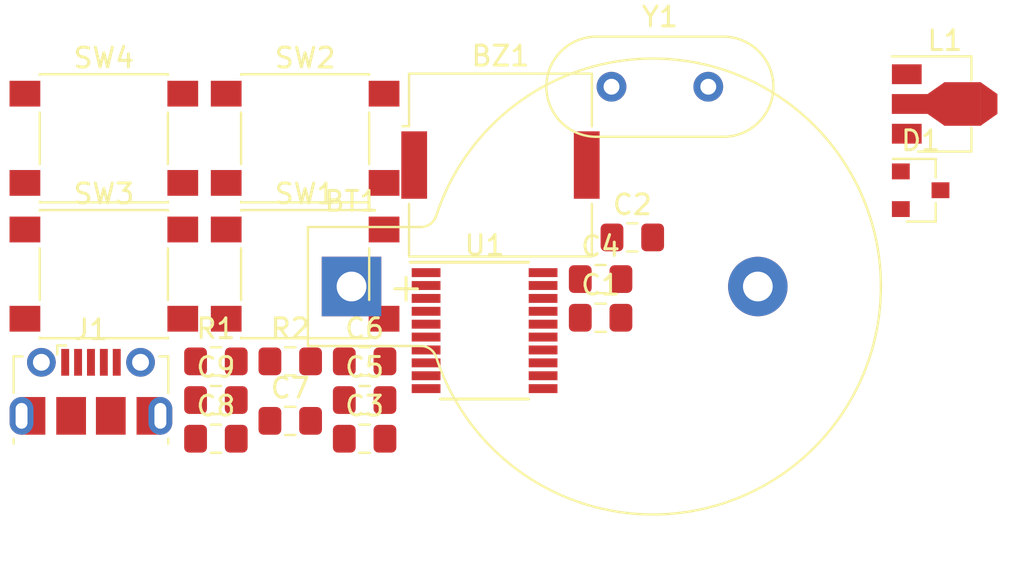
<source format=kicad_pcb>
(kicad_pcb (version 20171130) (host pcbnew 5.0.1)

  (general
    (thickness 1.6)
    (drawings 0)
    (tracks 0)
    (zones 0)
    (modules 22)
    (nets 27)
  )

  (page A4)
  (layers
    (0 F.Cu signal)
    (31 B.Cu signal)
    (32 B.Adhes user)
    (33 F.Adhes user)
    (34 B.Paste user)
    (35 F.Paste user)
    (36 B.SilkS user)
    (37 F.SilkS user)
    (38 B.Mask user)
    (39 F.Mask user)
    (40 Dwgs.User user)
    (41 Cmts.User user)
    (42 Eco1.User user)
    (43 Eco2.User user)
    (44 Edge.Cuts user)
    (45 Margin user)
    (46 B.CrtYd user)
    (47 F.CrtYd user)
    (48 B.Fab user)
    (49 F.Fab user)
  )

  (setup
    (last_trace_width 0.25)
    (trace_clearance 0.2)
    (zone_clearance 0.508)
    (zone_45_only no)
    (trace_min 0.2)
    (segment_width 0.2)
    (edge_width 0.15)
    (via_size 0.8)
    (via_drill 0.4)
    (via_min_size 0.4)
    (via_min_drill 0.3)
    (uvia_size 0.3)
    (uvia_drill 0.1)
    (uvias_allowed no)
    (uvia_min_size 0.2)
    (uvia_min_drill 0.1)
    (pcb_text_width 0.3)
    (pcb_text_size 1.5 1.5)
    (mod_edge_width 0.15)
    (mod_text_size 1 1)
    (mod_text_width 0.15)
    (pad_size 1.524 1.524)
    (pad_drill 0.762)
    (pad_to_mask_clearance 0.051)
    (solder_mask_min_width 0.25)
    (aux_axis_origin 0 0)
    (visible_elements FFFFFF7F)
    (pcbplotparams
      (layerselection 0x010fc_ffffffff)
      (usegerberextensions false)
      (usegerberattributes false)
      (usegerberadvancedattributes false)
      (creategerberjobfile false)
      (excludeedgelayer true)
      (linewidth 0.100000)
      (plotframeref false)
      (viasonmask false)
      (mode 1)
      (useauxorigin false)
      (hpglpennumber 1)
      (hpglpenspeed 20)
      (hpglpendiameter 15.000000)
      (psnegative false)
      (psa4output false)
      (plotreference true)
      (plotvalue true)
      (plotinvisibletext false)
      (padsonsilk false)
      (subtractmaskfromsilk false)
      (outputformat 1)
      (mirror false)
      (drillshape 1)
      (scaleselection 1)
      (outputdirectory ""))
  )

  (net 0 "")
  (net 1 GND)
  (net 2 "Net-(BZ1-Pad1)")
  (net 3 VDD)
  (net 4 OSC_IN)
  (net 5 OSC_OUT)
  (net 6 Reset)
  (net 7 Ctrl_One)
  (net 8 Ctrl_Ten)
  (net 9 "Net-(J1-Pad6)")
  (net 10 USB_D-)
  (net 11 "Net-(J1-Pad4)")
  (net 12 USB_D+)
  (net 13 Buzzer)
  (net 14 "Net-(R2-Pad1)")
  (net 15 BOOT0)
  (net 16 "Net-(U1-Pad7)")
  (net 17 "Net-(U1-Pad8)")
  (net 18 "Net-(U1-Pad9)")
  (net 19 "Net-(U1-Pad10)")
  (net 20 "Net-(U1-Pad14)")
  (net 21 "Net-(U1-Pad19)")
  (net 22 "Net-(U1-Pad20)")
  (net 23 "Net-(BT1-Pad1)")
  (net 24 "Net-(D1-Pad1)")
  (net 25 USB_VBUS)
  (net 26 "Net-(U1-Pad12)")

  (net_class Default "This is the default net class."
    (clearance 0.2)
    (trace_width 0.25)
    (via_dia 0.8)
    (via_drill 0.4)
    (uvia_dia 0.3)
    (uvia_drill 0.1)
    (add_net BOOT0)
    (add_net Buzzer)
    (add_net Ctrl_One)
    (add_net Ctrl_Ten)
    (add_net GND)
    (add_net "Net-(BT1-Pad1)")
    (add_net "Net-(BZ1-Pad1)")
    (add_net "Net-(D1-Pad1)")
    (add_net "Net-(J1-Pad4)")
    (add_net "Net-(J1-Pad6)")
    (add_net "Net-(R2-Pad1)")
    (add_net "Net-(U1-Pad10)")
    (add_net "Net-(U1-Pad12)")
    (add_net "Net-(U1-Pad14)")
    (add_net "Net-(U1-Pad19)")
    (add_net "Net-(U1-Pad20)")
    (add_net "Net-(U1-Pad7)")
    (add_net "Net-(U1-Pad8)")
    (add_net "Net-(U1-Pad9)")
    (add_net OSC_IN)
    (add_net OSC_OUT)
    (add_net Reset)
    (add_net USB_D+)
    (add_net USB_D-)
    (add_net USB_VBUS)
    (add_net VDD)
  )

  (module Capacitor_SMD:C_0805_2012Metric_Pad1.15x1.40mm_HandSolder (layer F.Cu) (tedit 5B36C52B) (tstamp 5C2C0B20)
    (at 156.785001 96.755001)
    (descr "Capacitor SMD 0805 (2012 Metric), square (rectangular) end terminal, IPC_7351 nominal with elongated pad for handsoldering. (Body size source: https://docs.google.com/spreadsheets/d/1BsfQQcO9C6DZCsRaXUlFlo91Tg2WpOkGARC1WS5S8t0/edit?usp=sharing), generated with kicad-footprint-generator")
    (tags "capacitor handsolder")
    (path /5C202927)
    (attr smd)
    (fp_text reference C1 (at 0 -1.65) (layer F.SilkS)
      (effects (font (size 1 1) (thickness 0.15)))
    )
    (fp_text value 0.1u (at 0 1.65) (layer F.Fab)
      (effects (font (size 1 1) (thickness 0.15)))
    )
    (fp_text user %R (at 0 0) (layer F.Fab)
      (effects (font (size 0.5 0.5) (thickness 0.08)))
    )
    (fp_line (start 1.85 0.95) (end -1.85 0.95) (layer F.CrtYd) (width 0.05))
    (fp_line (start 1.85 -0.95) (end 1.85 0.95) (layer F.CrtYd) (width 0.05))
    (fp_line (start -1.85 -0.95) (end 1.85 -0.95) (layer F.CrtYd) (width 0.05))
    (fp_line (start -1.85 0.95) (end -1.85 -0.95) (layer F.CrtYd) (width 0.05))
    (fp_line (start -0.261252 0.71) (end 0.261252 0.71) (layer F.SilkS) (width 0.12))
    (fp_line (start -0.261252 -0.71) (end 0.261252 -0.71) (layer F.SilkS) (width 0.12))
    (fp_line (start 1 0.6) (end -1 0.6) (layer F.Fab) (width 0.1))
    (fp_line (start 1 -0.6) (end 1 0.6) (layer F.Fab) (width 0.1))
    (fp_line (start -1 -0.6) (end 1 -0.6) (layer F.Fab) (width 0.1))
    (fp_line (start -1 0.6) (end -1 -0.6) (layer F.Fab) (width 0.1))
    (pad 2 smd roundrect (at 1.025 0) (size 1.15 1.4) (layers F.Cu F.Paste F.Mask) (roundrect_rratio 0.217391)
      (net 1 GND))
    (pad 1 smd roundrect (at -1.025 0) (size 1.15 1.4) (layers F.Cu F.Paste F.Mask) (roundrect_rratio 0.217391)
      (net 3 VDD))
    (model ${KISYS3DMOD}/Capacitor_SMD.3dshapes/C_0805_2012Metric.wrl
      (at (xyz 0 0 0))
      (scale (xyz 1 1 1))
      (rotate (xyz 0 0 0))
    )
  )

  (module Capacitor_SMD:C_0805_2012Metric_Pad1.15x1.40mm_HandSolder (layer F.Cu) (tedit 5B36C52B) (tstamp 5C2C0B31)
    (at 158.385001 92.705001)
    (descr "Capacitor SMD 0805 (2012 Metric), square (rectangular) end terminal, IPC_7351 nominal with elongated pad for handsoldering. (Body size source: https://docs.google.com/spreadsheets/d/1BsfQQcO9C6DZCsRaXUlFlo91Tg2WpOkGARC1WS5S8t0/edit?usp=sharing), generated with kicad-footprint-generator")
    (tags "capacitor handsolder")
    (path /5C1EC257)
    (attr smd)
    (fp_text reference C2 (at 0 -1.65) (layer F.SilkS)
      (effects (font (size 1 1) (thickness 0.15)))
    )
    (fp_text value 10n (at 0 1.65) (layer F.Fab)
      (effects (font (size 1 1) (thickness 0.15)))
    )
    (fp_text user %R (at 0 0) (layer F.Fab)
      (effects (font (size 0.5 0.5) (thickness 0.08)))
    )
    (fp_line (start 1.85 0.95) (end -1.85 0.95) (layer F.CrtYd) (width 0.05))
    (fp_line (start 1.85 -0.95) (end 1.85 0.95) (layer F.CrtYd) (width 0.05))
    (fp_line (start -1.85 -0.95) (end 1.85 -0.95) (layer F.CrtYd) (width 0.05))
    (fp_line (start -1.85 0.95) (end -1.85 -0.95) (layer F.CrtYd) (width 0.05))
    (fp_line (start -0.261252 0.71) (end 0.261252 0.71) (layer F.SilkS) (width 0.12))
    (fp_line (start -0.261252 -0.71) (end 0.261252 -0.71) (layer F.SilkS) (width 0.12))
    (fp_line (start 1 0.6) (end -1 0.6) (layer F.Fab) (width 0.1))
    (fp_line (start 1 -0.6) (end 1 0.6) (layer F.Fab) (width 0.1))
    (fp_line (start -1 -0.6) (end 1 -0.6) (layer F.Fab) (width 0.1))
    (fp_line (start -1 0.6) (end -1 -0.6) (layer F.Fab) (width 0.1))
    (pad 2 smd roundrect (at 1.025 0) (size 1.15 1.4) (layers F.Cu F.Paste F.Mask) (roundrect_rratio 0.217391)
      (net 1 GND))
    (pad 1 smd roundrect (at -1.025 0) (size 1.15 1.4) (layers F.Cu F.Paste F.Mask) (roundrect_rratio 0.217391)
      (net 3 VDD))
    (model ${KISYS3DMOD}/Capacitor_SMD.3dshapes/C_0805_2012Metric.wrl
      (at (xyz 0 0 0))
      (scale (xyz 1 1 1))
      (rotate (xyz 0 0 0))
    )
  )

  (module Capacitor_SMD:C_0805_2012Metric_Pad1.15x1.40mm_HandSolder (layer F.Cu) (tedit 5B36C52B) (tstamp 5C2C0B42)
    (at 144.885001 102.855001)
    (descr "Capacitor SMD 0805 (2012 Metric), square (rectangular) end terminal, IPC_7351 nominal with elongated pad for handsoldering. (Body size source: https://docs.google.com/spreadsheets/d/1BsfQQcO9C6DZCsRaXUlFlo91Tg2WpOkGARC1WS5S8t0/edit?usp=sharing), generated with kicad-footprint-generator")
    (tags "capacitor handsolder")
    (path /5C20292E)
    (attr smd)
    (fp_text reference C3 (at 0 -1.65) (layer F.SilkS)
      (effects (font (size 1 1) (thickness 0.15)))
    )
    (fp_text value 4.7u (at 0 1.65) (layer F.Fab)
      (effects (font (size 1 1) (thickness 0.15)))
    )
    (fp_line (start -1 0.6) (end -1 -0.6) (layer F.Fab) (width 0.1))
    (fp_line (start -1 -0.6) (end 1 -0.6) (layer F.Fab) (width 0.1))
    (fp_line (start 1 -0.6) (end 1 0.6) (layer F.Fab) (width 0.1))
    (fp_line (start 1 0.6) (end -1 0.6) (layer F.Fab) (width 0.1))
    (fp_line (start -0.261252 -0.71) (end 0.261252 -0.71) (layer F.SilkS) (width 0.12))
    (fp_line (start -0.261252 0.71) (end 0.261252 0.71) (layer F.SilkS) (width 0.12))
    (fp_line (start -1.85 0.95) (end -1.85 -0.95) (layer F.CrtYd) (width 0.05))
    (fp_line (start -1.85 -0.95) (end 1.85 -0.95) (layer F.CrtYd) (width 0.05))
    (fp_line (start 1.85 -0.95) (end 1.85 0.95) (layer F.CrtYd) (width 0.05))
    (fp_line (start 1.85 0.95) (end -1.85 0.95) (layer F.CrtYd) (width 0.05))
    (fp_text user %R (at 0 0) (layer F.Fab)
      (effects (font (size 0.5 0.5) (thickness 0.08)))
    )
    (pad 1 smd roundrect (at -1.025 0) (size 1.15 1.4) (layers F.Cu F.Paste F.Mask) (roundrect_rratio 0.217391)
      (net 3 VDD))
    (pad 2 smd roundrect (at 1.025 0) (size 1.15 1.4) (layers F.Cu F.Paste F.Mask) (roundrect_rratio 0.217391)
      (net 1 GND))
    (model ${KISYS3DMOD}/Capacitor_SMD.3dshapes/C_0805_2012Metric.wrl
      (at (xyz 0 0 0))
      (scale (xyz 1 1 1))
      (rotate (xyz 0 0 0))
    )
  )

  (module Capacitor_SMD:C_0805_2012Metric_Pad1.15x1.40mm_HandSolder (layer F.Cu) (tedit 5B36C52B) (tstamp 5C2C0B53)
    (at 156.785001 94.805001)
    (descr "Capacitor SMD 0805 (2012 Metric), square (rectangular) end terminal, IPC_7351 nominal with elongated pad for handsoldering. (Body size source: https://docs.google.com/spreadsheets/d/1BsfQQcO9C6DZCsRaXUlFlo91Tg2WpOkGARC1WS5S8t0/edit?usp=sharing), generated with kicad-footprint-generator")
    (tags "capacitor handsolder")
    (path /5C1EC1E3)
    (attr smd)
    (fp_text reference C4 (at 0 -1.65) (layer F.SilkS)
      (effects (font (size 1 1) (thickness 0.15)))
    )
    (fp_text value 1u (at 0 1.65) (layer F.Fab)
      (effects (font (size 1 1) (thickness 0.15)))
    )
    (fp_line (start -1 0.6) (end -1 -0.6) (layer F.Fab) (width 0.1))
    (fp_line (start -1 -0.6) (end 1 -0.6) (layer F.Fab) (width 0.1))
    (fp_line (start 1 -0.6) (end 1 0.6) (layer F.Fab) (width 0.1))
    (fp_line (start 1 0.6) (end -1 0.6) (layer F.Fab) (width 0.1))
    (fp_line (start -0.261252 -0.71) (end 0.261252 -0.71) (layer F.SilkS) (width 0.12))
    (fp_line (start -0.261252 0.71) (end 0.261252 0.71) (layer F.SilkS) (width 0.12))
    (fp_line (start -1.85 0.95) (end -1.85 -0.95) (layer F.CrtYd) (width 0.05))
    (fp_line (start -1.85 -0.95) (end 1.85 -0.95) (layer F.CrtYd) (width 0.05))
    (fp_line (start 1.85 -0.95) (end 1.85 0.95) (layer F.CrtYd) (width 0.05))
    (fp_line (start 1.85 0.95) (end -1.85 0.95) (layer F.CrtYd) (width 0.05))
    (fp_text user %R (at 0 0) (layer F.Fab)
      (effects (font (size 0.5 0.5) (thickness 0.08)))
    )
    (pad 1 smd roundrect (at -1.025 0) (size 1.15 1.4) (layers F.Cu F.Paste F.Mask) (roundrect_rratio 0.217391)
      (net 3 VDD))
    (pad 2 smd roundrect (at 1.025 0) (size 1.15 1.4) (layers F.Cu F.Paste F.Mask) (roundrect_rratio 0.217391)
      (net 1 GND))
    (model ${KISYS3DMOD}/Capacitor_SMD.3dshapes/C_0805_2012Metric.wrl
      (at (xyz 0 0 0))
      (scale (xyz 1 1 1))
      (rotate (xyz 0 0 0))
    )
  )

  (module Capacitor_SMD:C_0805_2012Metric_Pad1.15x1.40mm_HandSolder (layer F.Cu) (tedit 5B36C52B) (tstamp 5C2C0B64)
    (at 144.885001 100.905001)
    (descr "Capacitor SMD 0805 (2012 Metric), square (rectangular) end terminal, IPC_7351 nominal with elongated pad for handsoldering. (Body size source: https://docs.google.com/spreadsheets/d/1BsfQQcO9C6DZCsRaXUlFlo91Tg2WpOkGARC1WS5S8t0/edit?usp=sharing), generated with kicad-footprint-generator")
    (tags "capacitor handsolder")
    (path /5C1EE906)
    (attr smd)
    (fp_text reference C5 (at 0 -1.65) (layer F.SilkS)
      (effects (font (size 1 1) (thickness 0.15)))
    )
    (fp_text value 30p (at 0 1.65) (layer F.Fab)
      (effects (font (size 1 1) (thickness 0.15)))
    )
    (fp_line (start -1 0.6) (end -1 -0.6) (layer F.Fab) (width 0.1))
    (fp_line (start -1 -0.6) (end 1 -0.6) (layer F.Fab) (width 0.1))
    (fp_line (start 1 -0.6) (end 1 0.6) (layer F.Fab) (width 0.1))
    (fp_line (start 1 0.6) (end -1 0.6) (layer F.Fab) (width 0.1))
    (fp_line (start -0.261252 -0.71) (end 0.261252 -0.71) (layer F.SilkS) (width 0.12))
    (fp_line (start -0.261252 0.71) (end 0.261252 0.71) (layer F.SilkS) (width 0.12))
    (fp_line (start -1.85 0.95) (end -1.85 -0.95) (layer F.CrtYd) (width 0.05))
    (fp_line (start -1.85 -0.95) (end 1.85 -0.95) (layer F.CrtYd) (width 0.05))
    (fp_line (start 1.85 -0.95) (end 1.85 0.95) (layer F.CrtYd) (width 0.05))
    (fp_line (start 1.85 0.95) (end -1.85 0.95) (layer F.CrtYd) (width 0.05))
    (fp_text user %R (at 0 0) (layer F.Fab)
      (effects (font (size 0.5 0.5) (thickness 0.08)))
    )
    (pad 1 smd roundrect (at -1.025 0) (size 1.15 1.4) (layers F.Cu F.Paste F.Mask) (roundrect_rratio 0.217391)
      (net 4 OSC_IN))
    (pad 2 smd roundrect (at 1.025 0) (size 1.15 1.4) (layers F.Cu F.Paste F.Mask) (roundrect_rratio 0.217391)
      (net 1 GND))
    (model ${KISYS3DMOD}/Capacitor_SMD.3dshapes/C_0805_2012Metric.wrl
      (at (xyz 0 0 0))
      (scale (xyz 1 1 1))
      (rotate (xyz 0 0 0))
    )
  )

  (module Capacitor_SMD:C_0805_2012Metric_Pad1.15x1.40mm_HandSolder (layer F.Cu) (tedit 5B36C52B) (tstamp 5C2C0B75)
    (at 144.885001 98.955001)
    (descr "Capacitor SMD 0805 (2012 Metric), square (rectangular) end terminal, IPC_7351 nominal with elongated pad for handsoldering. (Body size source: https://docs.google.com/spreadsheets/d/1BsfQQcO9C6DZCsRaXUlFlo91Tg2WpOkGARC1WS5S8t0/edit?usp=sharing), generated with kicad-footprint-generator")
    (tags "capacitor handsolder")
    (path /5C1EE83A)
    (attr smd)
    (fp_text reference C6 (at 0 -1.65) (layer F.SilkS)
      (effects (font (size 1 1) (thickness 0.15)))
    )
    (fp_text value 30p (at 0 1.65) (layer F.Fab)
      (effects (font (size 1 1) (thickness 0.15)))
    )
    (fp_text user %R (at 0 0) (layer F.Fab)
      (effects (font (size 0.5 0.5) (thickness 0.08)))
    )
    (fp_line (start 1.85 0.95) (end -1.85 0.95) (layer F.CrtYd) (width 0.05))
    (fp_line (start 1.85 -0.95) (end 1.85 0.95) (layer F.CrtYd) (width 0.05))
    (fp_line (start -1.85 -0.95) (end 1.85 -0.95) (layer F.CrtYd) (width 0.05))
    (fp_line (start -1.85 0.95) (end -1.85 -0.95) (layer F.CrtYd) (width 0.05))
    (fp_line (start -0.261252 0.71) (end 0.261252 0.71) (layer F.SilkS) (width 0.12))
    (fp_line (start -0.261252 -0.71) (end 0.261252 -0.71) (layer F.SilkS) (width 0.12))
    (fp_line (start 1 0.6) (end -1 0.6) (layer F.Fab) (width 0.1))
    (fp_line (start 1 -0.6) (end 1 0.6) (layer F.Fab) (width 0.1))
    (fp_line (start -1 -0.6) (end 1 -0.6) (layer F.Fab) (width 0.1))
    (fp_line (start -1 0.6) (end -1 -0.6) (layer F.Fab) (width 0.1))
    (pad 2 smd roundrect (at 1.025 0) (size 1.15 1.4) (layers F.Cu F.Paste F.Mask) (roundrect_rratio 0.217391)
      (net 1 GND))
    (pad 1 smd roundrect (at -1.025 0) (size 1.15 1.4) (layers F.Cu F.Paste F.Mask) (roundrect_rratio 0.217391)
      (net 5 OSC_OUT))
    (model ${KISYS3DMOD}/Capacitor_SMD.3dshapes/C_0805_2012Metric.wrl
      (at (xyz 0 0 0))
      (scale (xyz 1 1 1))
      (rotate (xyz 0 0 0))
    )
  )

  (module Capacitor_SMD:C_0805_2012Metric_Pad1.15x1.40mm_HandSolder (layer F.Cu) (tedit 5B36C52B) (tstamp 5C2C0B86)
    (at 141.135001 101.955001)
    (descr "Capacitor SMD 0805 (2012 Metric), square (rectangular) end terminal, IPC_7351 nominal with elongated pad for handsoldering. (Body size source: https://docs.google.com/spreadsheets/d/1BsfQQcO9C6DZCsRaXUlFlo91Tg2WpOkGARC1WS5S8t0/edit?usp=sharing), generated with kicad-footprint-generator")
    (tags "capacitor handsolder")
    (path /5C1EFF71)
    (attr smd)
    (fp_text reference C7 (at 0 -1.65) (layer F.SilkS)
      (effects (font (size 1 1) (thickness 0.15)))
    )
    (fp_text value 0.1u (at 0 1.65) (layer F.Fab)
      (effects (font (size 1 1) (thickness 0.15)))
    )
    (fp_line (start -1 0.6) (end -1 -0.6) (layer F.Fab) (width 0.1))
    (fp_line (start -1 -0.6) (end 1 -0.6) (layer F.Fab) (width 0.1))
    (fp_line (start 1 -0.6) (end 1 0.6) (layer F.Fab) (width 0.1))
    (fp_line (start 1 0.6) (end -1 0.6) (layer F.Fab) (width 0.1))
    (fp_line (start -0.261252 -0.71) (end 0.261252 -0.71) (layer F.SilkS) (width 0.12))
    (fp_line (start -0.261252 0.71) (end 0.261252 0.71) (layer F.SilkS) (width 0.12))
    (fp_line (start -1.85 0.95) (end -1.85 -0.95) (layer F.CrtYd) (width 0.05))
    (fp_line (start -1.85 -0.95) (end 1.85 -0.95) (layer F.CrtYd) (width 0.05))
    (fp_line (start 1.85 -0.95) (end 1.85 0.95) (layer F.CrtYd) (width 0.05))
    (fp_line (start 1.85 0.95) (end -1.85 0.95) (layer F.CrtYd) (width 0.05))
    (fp_text user %R (at 0 0) (layer F.Fab)
      (effects (font (size 0.5 0.5) (thickness 0.08)))
    )
    (pad 1 smd roundrect (at -1.025 0) (size 1.15 1.4) (layers F.Cu F.Paste F.Mask) (roundrect_rratio 0.217391)
      (net 6 Reset))
    (pad 2 smd roundrect (at 1.025 0) (size 1.15 1.4) (layers F.Cu F.Paste F.Mask) (roundrect_rratio 0.217391)
      (net 1 GND))
    (model ${KISYS3DMOD}/Capacitor_SMD.3dshapes/C_0805_2012Metric.wrl
      (at (xyz 0 0 0))
      (scale (xyz 1 1 1))
      (rotate (xyz 0 0 0))
    )
  )

  (module Capacitor_SMD:C_0805_2012Metric_Pad1.15x1.40mm_HandSolder (layer F.Cu) (tedit 5B36C52B) (tstamp 5C2C0B97)
    (at 137.385001 102.855001)
    (descr "Capacitor SMD 0805 (2012 Metric), square (rectangular) end terminal, IPC_7351 nominal with elongated pad for handsoldering. (Body size source: https://docs.google.com/spreadsheets/d/1BsfQQcO9C6DZCsRaXUlFlo91Tg2WpOkGARC1WS5S8t0/edit?usp=sharing), generated with kicad-footprint-generator")
    (tags "capacitor handsolder")
    (path /5C20FD6A)
    (attr smd)
    (fp_text reference C8 (at 0 -1.65) (layer F.SilkS)
      (effects (font (size 1 1) (thickness 0.15)))
    )
    (fp_text value 0.1u (at 0 1.65) (layer F.Fab)
      (effects (font (size 1 1) (thickness 0.15)))
    )
    (fp_line (start -1 0.6) (end -1 -0.6) (layer F.Fab) (width 0.1))
    (fp_line (start -1 -0.6) (end 1 -0.6) (layer F.Fab) (width 0.1))
    (fp_line (start 1 -0.6) (end 1 0.6) (layer F.Fab) (width 0.1))
    (fp_line (start 1 0.6) (end -1 0.6) (layer F.Fab) (width 0.1))
    (fp_line (start -0.261252 -0.71) (end 0.261252 -0.71) (layer F.SilkS) (width 0.12))
    (fp_line (start -0.261252 0.71) (end 0.261252 0.71) (layer F.SilkS) (width 0.12))
    (fp_line (start -1.85 0.95) (end -1.85 -0.95) (layer F.CrtYd) (width 0.05))
    (fp_line (start -1.85 -0.95) (end 1.85 -0.95) (layer F.CrtYd) (width 0.05))
    (fp_line (start 1.85 -0.95) (end 1.85 0.95) (layer F.CrtYd) (width 0.05))
    (fp_line (start 1.85 0.95) (end -1.85 0.95) (layer F.CrtYd) (width 0.05))
    (fp_text user %R (at 0 0) (layer F.Fab)
      (effects (font (size 0.5 0.5) (thickness 0.08)))
    )
    (pad 1 smd roundrect (at -1.025 0) (size 1.15 1.4) (layers F.Cu F.Paste F.Mask) (roundrect_rratio 0.217391)
      (net 1 GND))
    (pad 2 smd roundrect (at 1.025 0) (size 1.15 1.4) (layers F.Cu F.Paste F.Mask) (roundrect_rratio 0.217391)
      (net 7 Ctrl_One))
    (model ${KISYS3DMOD}/Capacitor_SMD.3dshapes/C_0805_2012Metric.wrl
      (at (xyz 0 0 0))
      (scale (xyz 1 1 1))
      (rotate (xyz 0 0 0))
    )
  )

  (module Capacitor_SMD:C_0805_2012Metric_Pad1.15x1.40mm_HandSolder (layer F.Cu) (tedit 5B36C52B) (tstamp 5C2C0BA8)
    (at 137.385001 100.905001)
    (descr "Capacitor SMD 0805 (2012 Metric), square (rectangular) end terminal, IPC_7351 nominal with elongated pad for handsoldering. (Body size source: https://docs.google.com/spreadsheets/d/1BsfQQcO9C6DZCsRaXUlFlo91Tg2WpOkGARC1WS5S8t0/edit?usp=sharing), generated with kicad-footprint-generator")
    (tags "capacitor handsolder")
    (path /5C211C11)
    (attr smd)
    (fp_text reference C9 (at 0 -1.65) (layer F.SilkS)
      (effects (font (size 1 1) (thickness 0.15)))
    )
    (fp_text value 0.1u (at 0 1.65) (layer F.Fab)
      (effects (font (size 1 1) (thickness 0.15)))
    )
    (fp_text user %R (at 0 0) (layer F.Fab)
      (effects (font (size 0.5 0.5) (thickness 0.08)))
    )
    (fp_line (start 1.85 0.95) (end -1.85 0.95) (layer F.CrtYd) (width 0.05))
    (fp_line (start 1.85 -0.95) (end 1.85 0.95) (layer F.CrtYd) (width 0.05))
    (fp_line (start -1.85 -0.95) (end 1.85 -0.95) (layer F.CrtYd) (width 0.05))
    (fp_line (start -1.85 0.95) (end -1.85 -0.95) (layer F.CrtYd) (width 0.05))
    (fp_line (start -0.261252 0.71) (end 0.261252 0.71) (layer F.SilkS) (width 0.12))
    (fp_line (start -0.261252 -0.71) (end 0.261252 -0.71) (layer F.SilkS) (width 0.12))
    (fp_line (start 1 0.6) (end -1 0.6) (layer F.Fab) (width 0.1))
    (fp_line (start 1 -0.6) (end 1 0.6) (layer F.Fab) (width 0.1))
    (fp_line (start -1 -0.6) (end 1 -0.6) (layer F.Fab) (width 0.1))
    (fp_line (start -1 0.6) (end -1 -0.6) (layer F.Fab) (width 0.1))
    (pad 2 smd roundrect (at 1.025 0) (size 1.15 1.4) (layers F.Cu F.Paste F.Mask) (roundrect_rratio 0.217391)
      (net 8 Ctrl_Ten))
    (pad 1 smd roundrect (at -1.025 0) (size 1.15 1.4) (layers F.Cu F.Paste F.Mask) (roundrect_rratio 0.217391)
      (net 1 GND))
    (model ${KISYS3DMOD}/Capacitor_SMD.3dshapes/C_0805_2012Metric.wrl
      (at (xyz 0 0 0))
      (scale (xyz 1 1 1))
      (rotate (xyz 0 0 0))
    )
  )

  (module Connector_USB:USB_Micro-B_Molex-105017-0001 (layer F.Cu) (tedit 5A1DC0BE) (tstamp 5C2C0BD1)
    (at 131.085001 100.465001)
    (descr http://www.molex.com/pdm_docs/sd/1050170001_sd.pdf)
    (tags "Micro-USB SMD Typ-B")
    (path /5C1E9F15)
    (attr smd)
    (fp_text reference J1 (at 0 -3.1125) (layer F.SilkS)
      (effects (font (size 1 1) (thickness 0.15)))
    )
    (fp_text value USB_B_Micro (at 0.3 4.3375) (layer F.Fab)
      (effects (font (size 1 1) (thickness 0.15)))
    )
    (fp_text user "PCB Edge" (at 0 2.6875) (layer Dwgs.User)
      (effects (font (size 0.5 0.5) (thickness 0.08)))
    )
    (fp_text user %R (at 0 0.8875) (layer F.Fab)
      (effects (font (size 1 1) (thickness 0.15)))
    )
    (fp_line (start -4.4 3.64) (end 4.4 3.64) (layer F.CrtYd) (width 0.05))
    (fp_line (start 4.4 -2.46) (end 4.4 3.64) (layer F.CrtYd) (width 0.05))
    (fp_line (start -4.4 -2.46) (end 4.4 -2.46) (layer F.CrtYd) (width 0.05))
    (fp_line (start -4.4 3.64) (end -4.4 -2.46) (layer F.CrtYd) (width 0.05))
    (fp_line (start -3.9 -1.7625) (end -3.45 -1.7625) (layer F.SilkS) (width 0.12))
    (fp_line (start -3.9 0.0875) (end -3.9 -1.7625) (layer F.SilkS) (width 0.12))
    (fp_line (start 3.9 2.6375) (end 3.9 2.3875) (layer F.SilkS) (width 0.12))
    (fp_line (start 3.75 3.3875) (end 3.75 -1.6125) (layer F.Fab) (width 0.1))
    (fp_line (start -3 2.689204) (end 3 2.689204) (layer F.Fab) (width 0.1))
    (fp_line (start -3.75 3.389204) (end 3.75 3.389204) (layer F.Fab) (width 0.1))
    (fp_line (start -3.75 -1.6125) (end 3.75 -1.6125) (layer F.Fab) (width 0.1))
    (fp_line (start -3.75 3.3875) (end -3.75 -1.6125) (layer F.Fab) (width 0.1))
    (fp_line (start -3.9 2.6375) (end -3.9 2.3875) (layer F.SilkS) (width 0.12))
    (fp_line (start 3.9 0.0875) (end 3.9 -1.7625) (layer F.SilkS) (width 0.12))
    (fp_line (start 3.9 -1.7625) (end 3.45 -1.7625) (layer F.SilkS) (width 0.12))
    (fp_line (start -1.7 -2.3125) (end -1.25 -2.3125) (layer F.SilkS) (width 0.12))
    (fp_line (start -1.7 -2.3125) (end -1.7 -1.8625) (layer F.SilkS) (width 0.12))
    (fp_line (start -1.3 -1.7125) (end -1.5 -1.9125) (layer F.Fab) (width 0.1))
    (fp_line (start -1.1 -1.9125) (end -1.3 -1.7125) (layer F.Fab) (width 0.1))
    (fp_line (start -1.5 -2.1225) (end -1.1 -2.1225) (layer F.Fab) (width 0.1))
    (fp_line (start -1.5 -2.1225) (end -1.5 -1.9125) (layer F.Fab) (width 0.1))
    (fp_line (start -1.1 -2.1225) (end -1.1 -1.9125) (layer F.Fab) (width 0.1))
    (pad 6 smd rect (at 1 1.2375) (size 1.5 1.9) (layers F.Cu F.Paste F.Mask)
      (net 9 "Net-(J1-Pad6)"))
    (pad 6 thru_hole circle (at -2.5 -1.4625) (size 1.45 1.45) (drill 0.85) (layers *.Cu *.Mask)
      (net 9 "Net-(J1-Pad6)"))
    (pad 2 smd rect (at -0.65 -1.4625) (size 0.4 1.35) (layers F.Cu F.Paste F.Mask)
      (net 10 USB_D-))
    (pad 1 smd rect (at -1.3 -1.4625) (size 0.4 1.35) (layers F.Cu F.Paste F.Mask)
      (net 25 USB_VBUS))
    (pad 5 smd rect (at 1.3 -1.4625) (size 0.4 1.35) (layers F.Cu F.Paste F.Mask)
      (net 1 GND))
    (pad 4 smd rect (at 0.65 -1.4625) (size 0.4 1.35) (layers F.Cu F.Paste F.Mask)
      (net 11 "Net-(J1-Pad4)"))
    (pad 3 smd rect (at 0 -1.4625) (size 0.4 1.35) (layers F.Cu F.Paste F.Mask)
      (net 12 USB_D+))
    (pad 6 thru_hole circle (at 2.5 -1.4625) (size 1.45 1.45) (drill 0.85) (layers *.Cu *.Mask)
      (net 9 "Net-(J1-Pad6)"))
    (pad 6 smd rect (at -1 1.2375) (size 1.5 1.9) (layers F.Cu F.Paste F.Mask)
      (net 9 "Net-(J1-Pad6)"))
    (pad 6 thru_hole oval (at -3.5 1.2375 180) (size 1.2 1.9) (drill oval 0.6 1.3) (layers *.Cu *.Mask)
      (net 9 "Net-(J1-Pad6)"))
    (pad 6 thru_hole oval (at 3.5 1.2375) (size 1.2 1.9) (drill oval 0.6 1.3) (layers *.Cu *.Mask)
      (net 9 "Net-(J1-Pad6)"))
    (pad 6 smd rect (at 2.9 1.2375) (size 1.2 1.9) (layers F.Cu F.Mask)
      (net 9 "Net-(J1-Pad6)"))
    (pad 6 smd rect (at -2.9 1.2375) (size 1.2 1.9) (layers F.Cu F.Mask)
      (net 9 "Net-(J1-Pad6)"))
    (model ${KISYS3DMOD}/Connector_USB.3dshapes/USB_Micro-B_Molex-105017-0001.wrl
      (at (xyz 0 0 0))
      (scale (xyz 1 1 1))
      (rotate (xyz 0 0 0))
    )
  )

  (module Resistor_SMD:R_0805_2012Metric_Pad1.15x1.40mm_HandSolder (layer F.Cu) (tedit 5B36C52B) (tstamp 5C2C0BE2)
    (at 137.385001 98.955001)
    (descr "Resistor SMD 0805 (2012 Metric), square (rectangular) end terminal, IPC_7351 nominal with elongated pad for handsoldering. (Body size source: https://docs.google.com/spreadsheets/d/1BsfQQcO9C6DZCsRaXUlFlo91Tg2WpOkGARC1WS5S8t0/edit?usp=sharing), generated with kicad-footprint-generator")
    (tags "resistor handsolder")
    (path /5C206A14)
    (attr smd)
    (fp_text reference R1 (at 0 -1.65) (layer F.SilkS)
      (effects (font (size 1 1) (thickness 0.15)))
    )
    (fp_text value 470 (at 0 1.65) (layer F.Fab)
      (effects (font (size 1 1) (thickness 0.15)))
    )
    (fp_text user %R (at 0 0) (layer F.Fab)
      (effects (font (size 0.5 0.5) (thickness 0.08)))
    )
    (fp_line (start 1.85 0.95) (end -1.85 0.95) (layer F.CrtYd) (width 0.05))
    (fp_line (start 1.85 -0.95) (end 1.85 0.95) (layer F.CrtYd) (width 0.05))
    (fp_line (start -1.85 -0.95) (end 1.85 -0.95) (layer F.CrtYd) (width 0.05))
    (fp_line (start -1.85 0.95) (end -1.85 -0.95) (layer F.CrtYd) (width 0.05))
    (fp_line (start -0.261252 0.71) (end 0.261252 0.71) (layer F.SilkS) (width 0.12))
    (fp_line (start -0.261252 -0.71) (end 0.261252 -0.71) (layer F.SilkS) (width 0.12))
    (fp_line (start 1 0.6) (end -1 0.6) (layer F.Fab) (width 0.1))
    (fp_line (start 1 -0.6) (end 1 0.6) (layer F.Fab) (width 0.1))
    (fp_line (start -1 -0.6) (end 1 -0.6) (layer F.Fab) (width 0.1))
    (fp_line (start -1 0.6) (end -1 -0.6) (layer F.Fab) (width 0.1))
    (pad 2 smd roundrect (at 1.025 0) (size 1.15 1.4) (layers F.Cu F.Paste F.Mask) (roundrect_rratio 0.217391)
      (net 13 Buzzer))
    (pad 1 smd roundrect (at -1.025 0) (size 1.15 1.4) (layers F.Cu F.Paste F.Mask) (roundrect_rratio 0.217391)
      (net 2 "Net-(BZ1-Pad1)"))
    (model ${KISYS3DMOD}/Resistor_SMD.3dshapes/R_0805_2012Metric.wrl
      (at (xyz 0 0 0))
      (scale (xyz 1 1 1))
      (rotate (xyz 0 0 0))
    )
  )

  (module Resistor_SMD:R_0805_2012Metric_Pad1.15x1.40mm_HandSolder (layer F.Cu) (tedit 5B36C52B) (tstamp 5C2C0BF3)
    (at 141.135001 98.955001)
    (descr "Resistor SMD 0805 (2012 Metric), square (rectangular) end terminal, IPC_7351 nominal with elongated pad for handsoldering. (Body size source: https://docs.google.com/spreadsheets/d/1BsfQQcO9C6DZCsRaXUlFlo91Tg2WpOkGARC1WS5S8t0/edit?usp=sharing), generated with kicad-footprint-generator")
    (tags "resistor handsolder")
    (path /5C20BB63)
    (attr smd)
    (fp_text reference R2 (at 0 -1.65) (layer F.SilkS)
      (effects (font (size 1 1) (thickness 0.15)))
    )
    (fp_text value 10k (at 0 1.65) (layer F.Fab)
      (effects (font (size 1 1) (thickness 0.15)))
    )
    (fp_line (start -1 0.6) (end -1 -0.6) (layer F.Fab) (width 0.1))
    (fp_line (start -1 -0.6) (end 1 -0.6) (layer F.Fab) (width 0.1))
    (fp_line (start 1 -0.6) (end 1 0.6) (layer F.Fab) (width 0.1))
    (fp_line (start 1 0.6) (end -1 0.6) (layer F.Fab) (width 0.1))
    (fp_line (start -0.261252 -0.71) (end 0.261252 -0.71) (layer F.SilkS) (width 0.12))
    (fp_line (start -0.261252 0.71) (end 0.261252 0.71) (layer F.SilkS) (width 0.12))
    (fp_line (start -1.85 0.95) (end -1.85 -0.95) (layer F.CrtYd) (width 0.05))
    (fp_line (start -1.85 -0.95) (end 1.85 -0.95) (layer F.CrtYd) (width 0.05))
    (fp_line (start 1.85 -0.95) (end 1.85 0.95) (layer F.CrtYd) (width 0.05))
    (fp_line (start 1.85 0.95) (end -1.85 0.95) (layer F.CrtYd) (width 0.05))
    (fp_text user %R (at 0 0) (layer F.Fab)
      (effects (font (size 0.5 0.5) (thickness 0.08)))
    )
    (pad 1 smd roundrect (at -1.025 0) (size 1.15 1.4) (layers F.Cu F.Paste F.Mask) (roundrect_rratio 0.217391)
      (net 14 "Net-(R2-Pad1)"))
    (pad 2 smd roundrect (at 1.025 0) (size 1.15 1.4) (layers F.Cu F.Paste F.Mask) (roundrect_rratio 0.217391)
      (net 15 BOOT0))
    (model ${KISYS3DMOD}/Resistor_SMD.3dshapes/R_0805_2012Metric.wrl
      (at (xyz 0 0 0))
      (scale (xyz 1 1 1))
      (rotate (xyz 0 0 0))
    )
  )

  (module Button_Switch_SMD:SW_SPST_PTS645 (layer F.Cu) (tedit 5A02FC95) (tstamp 5C2C0C0D)
    (at 141.885001 94.555001)
    (descr "C&K Components SPST SMD PTS645 Series 6mm Tact Switch")
    (tags "SPST Button Switch")
    (path /5C20BDA0)
    (attr smd)
    (fp_text reference SW1 (at 0 -4.05) (layer F.SilkS)
      (effects (font (size 1 1) (thickness 0.15)))
    )
    (fp_text value Boot_Mode_Btn (at 0 4.15) (layer F.Fab)
      (effects (font (size 1 1) (thickness 0.15)))
    )
    (fp_circle (center 0 0) (end 1.75 -0.05) (layer F.Fab) (width 0.1))
    (fp_line (start -3.23 3.23) (end 3.23 3.23) (layer F.SilkS) (width 0.12))
    (fp_line (start -3.23 -1.3) (end -3.23 1.3) (layer F.SilkS) (width 0.12))
    (fp_line (start -3.23 -3.23) (end 3.23 -3.23) (layer F.SilkS) (width 0.12))
    (fp_line (start 3.23 -1.3) (end 3.23 1.3) (layer F.SilkS) (width 0.12))
    (fp_line (start -3.23 -3.2) (end -3.23 -3.23) (layer F.SilkS) (width 0.12))
    (fp_line (start -3.23 3.23) (end -3.23 3.2) (layer F.SilkS) (width 0.12))
    (fp_line (start 3.23 3.23) (end 3.23 3.2) (layer F.SilkS) (width 0.12))
    (fp_line (start 3.23 -3.23) (end 3.23 -3.2) (layer F.SilkS) (width 0.12))
    (fp_line (start -5.05 -3.4) (end 5.05 -3.4) (layer F.CrtYd) (width 0.05))
    (fp_line (start -5.05 3.4) (end 5.05 3.4) (layer F.CrtYd) (width 0.05))
    (fp_line (start -5.05 -3.4) (end -5.05 3.4) (layer F.CrtYd) (width 0.05))
    (fp_line (start 5.05 3.4) (end 5.05 -3.4) (layer F.CrtYd) (width 0.05))
    (fp_line (start 3 -3) (end -3 -3) (layer F.Fab) (width 0.1))
    (fp_line (start 3 3) (end 3 -3) (layer F.Fab) (width 0.1))
    (fp_line (start -3 3) (end 3 3) (layer F.Fab) (width 0.1))
    (fp_line (start -3 -3) (end -3 3) (layer F.Fab) (width 0.1))
    (fp_text user %R (at 0 -4.05) (layer F.Fab)
      (effects (font (size 1 1) (thickness 0.15)))
    )
    (pad 2 smd rect (at 3.98 2.25) (size 1.55 1.3) (layers F.Cu F.Paste F.Mask)
      (net 14 "Net-(R2-Pad1)"))
    (pad 1 smd rect (at 3.98 -2.25) (size 1.55 1.3) (layers F.Cu F.Paste F.Mask)
      (net 1 GND))
    (pad 1 smd rect (at -3.98 -2.25) (size 1.55 1.3) (layers F.Cu F.Paste F.Mask)
      (net 1 GND))
    (pad 2 smd rect (at -3.98 2.25) (size 1.55 1.3) (layers F.Cu F.Paste F.Mask)
      (net 14 "Net-(R2-Pad1)"))
    (model ${KISYS3DMOD}/Button_Switch_SMD.3dshapes/SW_SPST_PTS645.wrl
      (at (xyz 0 0 0))
      (scale (xyz 1 1 1))
      (rotate (xyz 0 0 0))
    )
  )

  (module Button_Switch_SMD:SW_SPST_PTS645 (layer F.Cu) (tedit 5A02FC95) (tstamp 5C2C0C27)
    (at 141.885001 87.705001)
    (descr "C&K Components SPST SMD PTS645 Series 6mm Tact Switch")
    (tags "SPST Button Switch")
    (path /5C1E9C39)
    (attr smd)
    (fp_text reference SW2 (at 0 -4.05) (layer F.SilkS)
      (effects (font (size 1 1) (thickness 0.15)))
    )
    (fp_text value Ctrl_One_Btn (at 0 4.15) (layer F.Fab)
      (effects (font (size 1 1) (thickness 0.15)))
    )
    (fp_circle (center 0 0) (end 1.75 -0.05) (layer F.Fab) (width 0.1))
    (fp_line (start -3.23 3.23) (end 3.23 3.23) (layer F.SilkS) (width 0.12))
    (fp_line (start -3.23 -1.3) (end -3.23 1.3) (layer F.SilkS) (width 0.12))
    (fp_line (start -3.23 -3.23) (end 3.23 -3.23) (layer F.SilkS) (width 0.12))
    (fp_line (start 3.23 -1.3) (end 3.23 1.3) (layer F.SilkS) (width 0.12))
    (fp_line (start -3.23 -3.2) (end -3.23 -3.23) (layer F.SilkS) (width 0.12))
    (fp_line (start -3.23 3.23) (end -3.23 3.2) (layer F.SilkS) (width 0.12))
    (fp_line (start 3.23 3.23) (end 3.23 3.2) (layer F.SilkS) (width 0.12))
    (fp_line (start 3.23 -3.23) (end 3.23 -3.2) (layer F.SilkS) (width 0.12))
    (fp_line (start -5.05 -3.4) (end 5.05 -3.4) (layer F.CrtYd) (width 0.05))
    (fp_line (start -5.05 3.4) (end 5.05 3.4) (layer F.CrtYd) (width 0.05))
    (fp_line (start -5.05 -3.4) (end -5.05 3.4) (layer F.CrtYd) (width 0.05))
    (fp_line (start 5.05 3.4) (end 5.05 -3.4) (layer F.CrtYd) (width 0.05))
    (fp_line (start 3 -3) (end -3 -3) (layer F.Fab) (width 0.1))
    (fp_line (start 3 3) (end 3 -3) (layer F.Fab) (width 0.1))
    (fp_line (start -3 3) (end 3 3) (layer F.Fab) (width 0.1))
    (fp_line (start -3 -3) (end -3 3) (layer F.Fab) (width 0.1))
    (fp_text user %R (at 0 -4.05) (layer F.Fab)
      (effects (font (size 1 1) (thickness 0.15)))
    )
    (pad 2 smd rect (at 3.98 2.25) (size 1.55 1.3) (layers F.Cu F.Paste F.Mask)
      (net 1 GND))
    (pad 1 smd rect (at 3.98 -2.25) (size 1.55 1.3) (layers F.Cu F.Paste F.Mask)
      (net 7 Ctrl_One))
    (pad 1 smd rect (at -3.98 -2.25) (size 1.55 1.3) (layers F.Cu F.Paste F.Mask)
      (net 7 Ctrl_One))
    (pad 2 smd rect (at -3.98 2.25) (size 1.55 1.3) (layers F.Cu F.Paste F.Mask)
      (net 1 GND))
    (model ${KISYS3DMOD}/Button_Switch_SMD.3dshapes/SW_SPST_PTS645.wrl
      (at (xyz 0 0 0))
      (scale (xyz 1 1 1))
      (rotate (xyz 0 0 0))
    )
  )

  (module Button_Switch_SMD:SW_SPST_PTS645 (layer F.Cu) (tedit 5A02FC95) (tstamp 5C2C0C41)
    (at 131.735001 94.555001)
    (descr "C&K Components SPST SMD PTS645 Series 6mm Tact Switch")
    (tags "SPST Button Switch")
    (path /5C1EFD70)
    (attr smd)
    (fp_text reference SW3 (at 0 -4.05) (layer F.SilkS)
      (effects (font (size 1 1) (thickness 0.15)))
    )
    (fp_text value Reset_Btn (at 0 4.15) (layer F.Fab)
      (effects (font (size 1 1) (thickness 0.15)))
    )
    (fp_text user %R (at 0 -4.05) (layer F.Fab)
      (effects (font (size 1 1) (thickness 0.15)))
    )
    (fp_line (start -3 -3) (end -3 3) (layer F.Fab) (width 0.1))
    (fp_line (start -3 3) (end 3 3) (layer F.Fab) (width 0.1))
    (fp_line (start 3 3) (end 3 -3) (layer F.Fab) (width 0.1))
    (fp_line (start 3 -3) (end -3 -3) (layer F.Fab) (width 0.1))
    (fp_line (start 5.05 3.4) (end 5.05 -3.4) (layer F.CrtYd) (width 0.05))
    (fp_line (start -5.05 -3.4) (end -5.05 3.4) (layer F.CrtYd) (width 0.05))
    (fp_line (start -5.05 3.4) (end 5.05 3.4) (layer F.CrtYd) (width 0.05))
    (fp_line (start -5.05 -3.4) (end 5.05 -3.4) (layer F.CrtYd) (width 0.05))
    (fp_line (start 3.23 -3.23) (end 3.23 -3.2) (layer F.SilkS) (width 0.12))
    (fp_line (start 3.23 3.23) (end 3.23 3.2) (layer F.SilkS) (width 0.12))
    (fp_line (start -3.23 3.23) (end -3.23 3.2) (layer F.SilkS) (width 0.12))
    (fp_line (start -3.23 -3.2) (end -3.23 -3.23) (layer F.SilkS) (width 0.12))
    (fp_line (start 3.23 -1.3) (end 3.23 1.3) (layer F.SilkS) (width 0.12))
    (fp_line (start -3.23 -3.23) (end 3.23 -3.23) (layer F.SilkS) (width 0.12))
    (fp_line (start -3.23 -1.3) (end -3.23 1.3) (layer F.SilkS) (width 0.12))
    (fp_line (start -3.23 3.23) (end 3.23 3.23) (layer F.SilkS) (width 0.12))
    (fp_circle (center 0 0) (end 1.75 -0.05) (layer F.Fab) (width 0.1))
    (pad 2 smd rect (at -3.98 2.25) (size 1.55 1.3) (layers F.Cu F.Paste F.Mask)
      (net 1 GND))
    (pad 1 smd rect (at -3.98 -2.25) (size 1.55 1.3) (layers F.Cu F.Paste F.Mask)
      (net 6 Reset))
    (pad 1 smd rect (at 3.98 -2.25) (size 1.55 1.3) (layers F.Cu F.Paste F.Mask)
      (net 6 Reset))
    (pad 2 smd rect (at 3.98 2.25) (size 1.55 1.3) (layers F.Cu F.Paste F.Mask)
      (net 1 GND))
    (model ${KISYS3DMOD}/Button_Switch_SMD.3dshapes/SW_SPST_PTS645.wrl
      (at (xyz 0 0 0))
      (scale (xyz 1 1 1))
      (rotate (xyz 0 0 0))
    )
  )

  (module Button_Switch_SMD:SW_SPST_PTS645 (layer F.Cu) (tedit 5A02FC95) (tstamp 5C2C0C5B)
    (at 131.735001 87.705001)
    (descr "C&K Components SPST SMD PTS645 Series 6mm Tact Switch")
    (tags "SPST Button Switch")
    (path /5C211C0A)
    (attr smd)
    (fp_text reference SW4 (at 0 -4.05) (layer F.SilkS)
      (effects (font (size 1 1) (thickness 0.15)))
    )
    (fp_text value Ctrl_Ten_Btn (at 0 4.15) (layer F.Fab)
      (effects (font (size 1 1) (thickness 0.15)))
    )
    (fp_text user %R (at 0 -4.05) (layer F.Fab)
      (effects (font (size 1 1) (thickness 0.15)))
    )
    (fp_line (start -3 -3) (end -3 3) (layer F.Fab) (width 0.1))
    (fp_line (start -3 3) (end 3 3) (layer F.Fab) (width 0.1))
    (fp_line (start 3 3) (end 3 -3) (layer F.Fab) (width 0.1))
    (fp_line (start 3 -3) (end -3 -3) (layer F.Fab) (width 0.1))
    (fp_line (start 5.05 3.4) (end 5.05 -3.4) (layer F.CrtYd) (width 0.05))
    (fp_line (start -5.05 -3.4) (end -5.05 3.4) (layer F.CrtYd) (width 0.05))
    (fp_line (start -5.05 3.4) (end 5.05 3.4) (layer F.CrtYd) (width 0.05))
    (fp_line (start -5.05 -3.4) (end 5.05 -3.4) (layer F.CrtYd) (width 0.05))
    (fp_line (start 3.23 -3.23) (end 3.23 -3.2) (layer F.SilkS) (width 0.12))
    (fp_line (start 3.23 3.23) (end 3.23 3.2) (layer F.SilkS) (width 0.12))
    (fp_line (start -3.23 3.23) (end -3.23 3.2) (layer F.SilkS) (width 0.12))
    (fp_line (start -3.23 -3.2) (end -3.23 -3.23) (layer F.SilkS) (width 0.12))
    (fp_line (start 3.23 -1.3) (end 3.23 1.3) (layer F.SilkS) (width 0.12))
    (fp_line (start -3.23 -3.23) (end 3.23 -3.23) (layer F.SilkS) (width 0.12))
    (fp_line (start -3.23 -1.3) (end -3.23 1.3) (layer F.SilkS) (width 0.12))
    (fp_line (start -3.23 3.23) (end 3.23 3.23) (layer F.SilkS) (width 0.12))
    (fp_circle (center 0 0) (end 1.75 -0.05) (layer F.Fab) (width 0.1))
    (pad 2 smd rect (at -3.98 2.25) (size 1.55 1.3) (layers F.Cu F.Paste F.Mask)
      (net 1 GND))
    (pad 1 smd rect (at -3.98 -2.25) (size 1.55 1.3) (layers F.Cu F.Paste F.Mask)
      (net 8 Ctrl_Ten))
    (pad 1 smd rect (at 3.98 -2.25) (size 1.55 1.3) (layers F.Cu F.Paste F.Mask)
      (net 8 Ctrl_Ten))
    (pad 2 smd rect (at 3.98 2.25) (size 1.55 1.3) (layers F.Cu F.Paste F.Mask)
      (net 1 GND))
    (model ${KISYS3DMOD}/Button_Switch_SMD.3dshapes/SW_SPST_PTS645.wrl
      (at (xyz 0 0 0))
      (scale (xyz 1 1 1))
      (rotate (xyz 0 0 0))
    )
  )

  (module Package_SO:TSSOP-20_4.4x6.5mm_P0.65mm (layer F.Cu) (tedit 5A02F25C) (tstamp 5C2C0C7F)
    (at 150.935001 97.405001)
    (descr "20-Lead Plastic Thin Shrink Small Outline (ST)-4.4 mm Body [TSSOP] (see Microchip Packaging Specification 00000049BS.pdf)")
    (tags "SSOP 0.65")
    (path /5C1E98D0)
    (attr smd)
    (fp_text reference U1 (at 0 -4.3) (layer F.SilkS)
      (effects (font (size 1 1) (thickness 0.15)))
    )
    (fp_text value STM32F042F4Px (at 0 4.3) (layer F.Fab)
      (effects (font (size 1 1) (thickness 0.15)))
    )
    (fp_line (start -1.2 -3.25) (end 2.2 -3.25) (layer F.Fab) (width 0.15))
    (fp_line (start 2.2 -3.25) (end 2.2 3.25) (layer F.Fab) (width 0.15))
    (fp_line (start 2.2 3.25) (end -2.2 3.25) (layer F.Fab) (width 0.15))
    (fp_line (start -2.2 3.25) (end -2.2 -2.25) (layer F.Fab) (width 0.15))
    (fp_line (start -2.2 -2.25) (end -1.2 -3.25) (layer F.Fab) (width 0.15))
    (fp_line (start -3.95 -3.55) (end -3.95 3.55) (layer F.CrtYd) (width 0.05))
    (fp_line (start 3.95 -3.55) (end 3.95 3.55) (layer F.CrtYd) (width 0.05))
    (fp_line (start -3.95 -3.55) (end 3.95 -3.55) (layer F.CrtYd) (width 0.05))
    (fp_line (start -3.95 3.55) (end 3.95 3.55) (layer F.CrtYd) (width 0.05))
    (fp_line (start -2.225 3.45) (end 2.225 3.45) (layer F.SilkS) (width 0.15))
    (fp_line (start -3.75 -3.45) (end 2.225 -3.45) (layer F.SilkS) (width 0.15))
    (fp_text user %R (at 0 0) (layer F.Fab)
      (effects (font (size 0.8 0.8) (thickness 0.15)))
    )
    (pad 1 smd rect (at -2.95 -2.925) (size 1.45 0.45) (layers F.Cu F.Paste F.Mask)
      (net 15 BOOT0))
    (pad 2 smd rect (at -2.95 -2.275) (size 1.45 0.45) (layers F.Cu F.Paste F.Mask)
      (net 4 OSC_IN))
    (pad 3 smd rect (at -2.95 -1.625) (size 1.45 0.45) (layers F.Cu F.Paste F.Mask)
      (net 5 OSC_OUT))
    (pad 4 smd rect (at -2.95 -0.975) (size 1.45 0.45) (layers F.Cu F.Paste F.Mask)
      (net 6 Reset))
    (pad 5 smd rect (at -2.95 -0.325) (size 1.45 0.45) (layers F.Cu F.Paste F.Mask)
      (net 3 VDD))
    (pad 6 smd rect (at -2.95 0.325) (size 1.45 0.45) (layers F.Cu F.Paste F.Mask)
      (net 7 Ctrl_One))
    (pad 7 smd rect (at -2.95 0.975) (size 1.45 0.45) (layers F.Cu F.Paste F.Mask)
      (net 16 "Net-(U1-Pad7)"))
    (pad 8 smd rect (at -2.95 1.625) (size 1.45 0.45) (layers F.Cu F.Paste F.Mask)
      (net 17 "Net-(U1-Pad8)"))
    (pad 9 smd rect (at -2.95 2.275) (size 1.45 0.45) (layers F.Cu F.Paste F.Mask)
      (net 18 "Net-(U1-Pad9)"))
    (pad 10 smd rect (at -2.95 2.925) (size 1.45 0.45) (layers F.Cu F.Paste F.Mask)
      (net 19 "Net-(U1-Pad10)"))
    (pad 11 smd rect (at 2.95 2.925) (size 1.45 0.45) (layers F.Cu F.Paste F.Mask)
      (net 8 Ctrl_Ten))
    (pad 12 smd rect (at 2.95 2.275) (size 1.45 0.45) (layers F.Cu F.Paste F.Mask)
      (net 26 "Net-(U1-Pad12)"))
    (pad 13 smd rect (at 2.95 1.625) (size 1.45 0.45) (layers F.Cu F.Paste F.Mask)
      (net 13 Buzzer))
    (pad 14 smd rect (at 2.95 0.975) (size 1.45 0.45) (layers F.Cu F.Paste F.Mask)
      (net 20 "Net-(U1-Pad14)"))
    (pad 15 smd rect (at 2.95 0.325) (size 1.45 0.45) (layers F.Cu F.Paste F.Mask)
      (net 1 GND))
    (pad 16 smd rect (at 2.95 -0.325) (size 1.45 0.45) (layers F.Cu F.Paste F.Mask)
      (net 3 VDD))
    (pad 17 smd rect (at 2.95 -0.975) (size 1.45 0.45) (layers F.Cu F.Paste F.Mask)
      (net 10 USB_D-))
    (pad 18 smd rect (at 2.95 -1.625) (size 1.45 0.45) (layers F.Cu F.Paste F.Mask)
      (net 12 USB_D+))
    (pad 19 smd rect (at 2.95 -2.275) (size 1.45 0.45) (layers F.Cu F.Paste F.Mask)
      (net 21 "Net-(U1-Pad19)"))
    (pad 20 smd rect (at 2.95 -2.925) (size 1.45 0.45) (layers F.Cu F.Paste F.Mask)
      (net 22 "Net-(U1-Pad20)"))
    (model ${KISYS3DMOD}/Package_SO.3dshapes/TSSOP-20_4.4x6.5mm_P0.65mm.wrl
      (at (xyz 0 0 0))
      (scale (xyz 1 1 1))
      (rotate (xyz 0 0 0))
    )
  )

  (module Battery:BatteryHolder_Keystone_103_1x20mm (layer F.Cu) (tedit 5787C32C) (tstamp 5C2E4EA3)
    (at 144.225001 95.179834)
    (descr http://www.keyelco.com/product-pdf.cfm?p=719)
    (tags "Keystone type 103 battery holder")
    (path /5C22C403)
    (fp_text reference BT1 (at 0 -4.3) (layer F.SilkS)
      (effects (font (size 1 1) (thickness 0.15)))
    )
    (fp_text value Battery_Cell (at 15 13) (layer F.Fab)
      (effects (font (size 1 1) (thickness 0.15)))
    )
    (fp_text user + (at 2.75 0) (layer F.SilkS)
      (effects (font (size 1.5 1.5) (thickness 0.15)))
    )
    (fp_text user %R (at 0 0) (layer F.Fab)
      (effects (font (size 1 1) (thickness 0.15)))
    )
    (fp_arc (start 15.2 0) (end 4.01 3.6) (angle -162.5) (layer F.CrtYd) (width 0.05))
    (fp_arc (start 15.2 0) (end 4.01 -3.6) (angle 162.5) (layer F.CrtYd) (width 0.05))
    (fp_arc (start 3.5 3.8) (end 3.5 3.25) (angle 70) (layer F.CrtYd) (width 0.05))
    (fp_arc (start 3.5 -3.8) (end 3.5 -3.25) (angle -70) (layer F.CrtYd) (width 0.05))
    (fp_arc (start 15.2 0) (end 4.25 3.5) (angle -162.5) (layer F.SilkS) (width 0.12))
    (fp_arc (start 3.5 3.8) (end 3.5 3) (angle 70) (layer F.SilkS) (width 0.12))
    (fp_arc (start 15.2 0) (end 4.25 -3.5) (angle 162.5) (layer F.SilkS) (width 0.12))
    (fp_arc (start 3.5 -3.8) (end 3.5 -3) (angle -70) (layer F.SilkS) (width 0.12))
    (fp_arc (start 3.5 3.8) (end 3.5 2.9) (angle 70) (layer F.Fab) (width 0.1))
    (fp_arc (start 15.2 0) (end 4.35 3.5) (angle -162.5) (layer F.Fab) (width 0.1))
    (fp_arc (start 15.2 0) (end 4.35 -3.5) (angle 162.5) (layer F.Fab) (width 0.1))
    (fp_arc (start 15.2 0) (end 5.2 1.3) (angle -180) (layer F.Fab) (width 0.1))
    (fp_line (start -2.45 -3.25) (end 3.5 -3.25) (layer F.CrtYd) (width 0.05))
    (fp_line (start -2.45 3.25) (end 3.5 3.25) (layer F.CrtYd) (width 0.05))
    (fp_line (start -2.45 3.25) (end -2.45 -3.25) (layer F.CrtYd) (width 0.05))
    (fp_line (start -2.2 -3) (end 3.5 -3) (layer F.SilkS) (width 0.12))
    (fp_line (start -2.2 3) (end -2.2 -3) (layer F.SilkS) (width 0.12))
    (fp_line (start -2.2 3) (end 3.5 3) (layer F.SilkS) (width 0.12))
    (fp_arc (start 15.2 0) (end 9 1.3) (angle -170) (layer F.Fab) (width 0.1))
    (fp_arc (start 15.2 0) (end 13.3 1.3) (angle -150) (layer F.Fab) (width 0.1))
    (fp_line (start 23.5712 7.7216) (end 22.6568 6.8834) (layer F.Fab) (width 0.1))
    (fp_line (start 23.5712 -7.7216) (end 22.6314 -6.858) (layer F.Fab) (width 0.1))
    (fp_arc (start 15.2 0) (end 13.3 -1.3) (angle 150) (layer F.Fab) (width 0.1))
    (fp_arc (start 15.2 0) (end 9 -1.3) (angle 170) (layer F.Fab) (width 0.1))
    (fp_arc (start 15.2 0) (end 5.2 -1.3) (angle 180) (layer F.Fab) (width 0.1))
    (fp_line (start 3.5306 -2.9) (end -1.7 -2.9) (layer F.Fab) (width 0.1))
    (fp_line (start -1.7 2.9) (end 3.5306 2.9) (layer F.Fab) (width 0.1))
    (fp_line (start -2.1 -2.5) (end -2.1 2.5) (layer F.Fab) (width 0.1))
    (fp_line (start 0 1.3) (end 16.2 1.3) (layer F.Fab) (width 0.1))
    (fp_line (start 16.2 -1.3) (end 0 -1.3) (layer F.Fab) (width 0.1))
    (fp_arc (start 3.5 -3.8) (end 3.5 -2.9) (angle -70) (layer F.Fab) (width 0.1))
    (fp_arc (start 16.2 0) (end 16.2 -1.3) (angle 180) (layer F.Fab) (width 0.1))
    (fp_line (start 0 -1.3) (end 0 1.3) (layer F.Fab) (width 0.1))
    (fp_arc (start -1.7 2.5) (end -2.1 2.5) (angle -90) (layer F.Fab) (width 0.1))
    (fp_arc (start -1.7 -2.5) (end -2.1 -2.5) (angle 90) (layer F.Fab) (width 0.1))
    (pad 2 thru_hole circle (at 20.49 0) (size 3 3) (drill 1.5) (layers *.Cu *.Mask)
      (net 1 GND))
    (pad 1 thru_hole rect (at 0 0) (size 3 3) (drill 1.5) (layers *.Cu *.Mask)
      (net 23 "Net-(BT1-Pad1)"))
    (model ${KISYS3DMOD}/Battery.3dshapes/BatteryHolder_Keystone_103_1x20mm.wrl
      (at (xyz 0 0 0))
      (scale (xyz 1 1 1))
      (rotate (xyz 0 0 0))
    )
  )

  (module Package_TO_SOT_SMD:SOT-23 (layer F.Cu) (tedit 5A02FF57) (tstamp 5C2E4EB8)
    (at 172.925001 90.325001)
    (descr "SOT-23, Standard")
    (tags SOT-23)
    (path /5C22D4D9)
    (attr smd)
    (fp_text reference D1 (at 0 -2.5) (layer F.SilkS)
      (effects (font (size 1 1) (thickness 0.15)))
    )
    (fp_text value BAT54C (at 0 2.5) (layer F.Fab)
      (effects (font (size 1 1) (thickness 0.15)))
    )
    (fp_text user %R (at 0 0 90) (layer F.Fab)
      (effects (font (size 0.5 0.5) (thickness 0.075)))
    )
    (fp_line (start -0.7 -0.95) (end -0.7 1.5) (layer F.Fab) (width 0.1))
    (fp_line (start -0.15 -1.52) (end 0.7 -1.52) (layer F.Fab) (width 0.1))
    (fp_line (start -0.7 -0.95) (end -0.15 -1.52) (layer F.Fab) (width 0.1))
    (fp_line (start 0.7 -1.52) (end 0.7 1.52) (layer F.Fab) (width 0.1))
    (fp_line (start -0.7 1.52) (end 0.7 1.52) (layer F.Fab) (width 0.1))
    (fp_line (start 0.76 1.58) (end 0.76 0.65) (layer F.SilkS) (width 0.12))
    (fp_line (start 0.76 -1.58) (end 0.76 -0.65) (layer F.SilkS) (width 0.12))
    (fp_line (start -1.7 -1.75) (end 1.7 -1.75) (layer F.CrtYd) (width 0.05))
    (fp_line (start 1.7 -1.75) (end 1.7 1.75) (layer F.CrtYd) (width 0.05))
    (fp_line (start 1.7 1.75) (end -1.7 1.75) (layer F.CrtYd) (width 0.05))
    (fp_line (start -1.7 1.75) (end -1.7 -1.75) (layer F.CrtYd) (width 0.05))
    (fp_line (start 0.76 -1.58) (end -1.4 -1.58) (layer F.SilkS) (width 0.12))
    (fp_line (start 0.76 1.58) (end -0.7 1.58) (layer F.SilkS) (width 0.12))
    (pad 1 smd rect (at -1 -0.95) (size 0.9 0.8) (layers F.Cu F.Paste F.Mask)
      (net 24 "Net-(D1-Pad1)"))
    (pad 2 smd rect (at -1 0.95) (size 0.9 0.8) (layers F.Cu F.Paste F.Mask)
      (net 23 "Net-(BT1-Pad1)"))
    (pad 3 smd rect (at 1 0) (size 0.9 0.8) (layers F.Cu F.Paste F.Mask)
      (net 3 VDD))
    (model ${KISYS3DMOD}/Package_TO_SOT_SMD.3dshapes/SOT-23.wrl
      (at (xyz 0 0 0))
      (scale (xyz 1 1 1))
      (rotate (xyz 0 0 0))
    )
  )

  (module Package_TO_SOT_SMD:SOT-89-3 (layer F.Cu) (tedit 5A02FF57) (tstamp 5C2E4ED0)
    (at 173.705001 85.975001)
    (descr SOT-89-3)
    (tags SOT-89-3)
    (path /5C228345)
    (attr smd)
    (fp_text reference L1 (at 0.45 -3.2) (layer F.SilkS)
      (effects (font (size 1 1) (thickness 0.15)))
    )
    (fp_text value HT7333-A (at 0.45 3.25) (layer F.Fab)
      (effects (font (size 1 1) (thickness 0.15)))
    )
    (fp_text user %R (at 0.38 0 90) (layer F.Fab)
      (effects (font (size 0.6 0.6) (thickness 0.09)))
    )
    (fp_line (start 1.78 1.2) (end 1.78 2.4) (layer F.SilkS) (width 0.12))
    (fp_line (start 1.78 2.4) (end -0.92 2.4) (layer F.SilkS) (width 0.12))
    (fp_line (start -2.22 -2.4) (end 1.78 -2.4) (layer F.SilkS) (width 0.12))
    (fp_line (start 1.78 -2.4) (end 1.78 -1.2) (layer F.SilkS) (width 0.12))
    (fp_line (start -0.92 -1.51) (end -0.13 -2.3) (layer F.Fab) (width 0.1))
    (fp_line (start 1.68 -2.3) (end 1.68 2.3) (layer F.Fab) (width 0.1))
    (fp_line (start 1.68 2.3) (end -0.92 2.3) (layer F.Fab) (width 0.1))
    (fp_line (start -0.92 2.3) (end -0.92 -1.51) (layer F.Fab) (width 0.1))
    (fp_line (start -0.13 -2.3) (end 1.68 -2.3) (layer F.Fab) (width 0.1))
    (fp_line (start 3.23 -2.55) (end 3.23 2.55) (layer F.CrtYd) (width 0.05))
    (fp_line (start 3.23 -2.55) (end -2.48 -2.55) (layer F.CrtYd) (width 0.05))
    (fp_line (start -2.48 2.55) (end 3.23 2.55) (layer F.CrtYd) (width 0.05))
    (fp_line (start -2.48 2.55) (end -2.48 -2.55) (layer F.CrtYd) (width 0.05))
    (pad 2 smd trapezoid (at 2.667 0 270) (size 1.6 0.85) (rect_delta 0 0.6 ) (layers F.Cu F.Paste F.Mask)
      (net 25 USB_VBUS))
    (pad 1 smd rect (at -1.48 -1.5 270) (size 1 1.5) (layers F.Cu F.Paste F.Mask)
      (net 1 GND))
    (pad 2 smd rect (at -1.3335 0 270) (size 1 1.8) (layers F.Cu F.Paste F.Mask)
      (net 25 USB_VBUS))
    (pad 3 smd rect (at -1.48 1.5 270) (size 1 1.5) (layers F.Cu F.Paste F.Mask)
      (net 24 "Net-(D1-Pad1)"))
    (pad 2 smd rect (at 1.3335 0 270) (size 2.2 1.84) (layers F.Cu F.Paste F.Mask)
      (net 25 USB_VBUS))
    (pad 2 smd trapezoid (at -0.0762 0 90) (size 1.5 1) (rect_delta 0 0.7 ) (layers F.Cu F.Paste F.Mask)
      (net 25 USB_VBUS))
    (model ${KISYS3DMOD}/Package_TO_SOT_SMD.3dshapes/SOT-89-3.wrl
      (at (xyz 0 0 0))
      (scale (xyz 1 1 1))
      (rotate (xyz 0 0 0))
    )
  )

  (module Crystal:Crystal_HC49-4H_Vertical (layer F.Cu) (tedit 5A1AD3B7) (tstamp 5C2E4F91)
    (at 157.335001 85.105001)
    (descr "Crystal THT HC-49-4H http://5hertz.com/pdfs/04404_D.pdf")
    (tags "THT crystalHC-49-4H")
    (path /5C1EE5F1)
    (fp_text reference Y1 (at 2.44 -3.525) (layer F.SilkS)
      (effects (font (size 1 1) (thickness 0.15)))
    )
    (fp_text value "16 Mhz" (at 2.44 3.525) (layer F.Fab)
      (effects (font (size 1 1) (thickness 0.15)))
    )
    (fp_text user %R (at 2.44 0) (layer F.Fab)
      (effects (font (size 1 1) (thickness 0.15)))
    )
    (fp_line (start -0.76 -2.325) (end 5.64 -2.325) (layer F.Fab) (width 0.1))
    (fp_line (start -0.76 2.325) (end 5.64 2.325) (layer F.Fab) (width 0.1))
    (fp_line (start -0.56 -2) (end 5.44 -2) (layer F.Fab) (width 0.1))
    (fp_line (start -0.56 2) (end 5.44 2) (layer F.Fab) (width 0.1))
    (fp_line (start -0.76 -2.525) (end 5.64 -2.525) (layer F.SilkS) (width 0.12))
    (fp_line (start -0.76 2.525) (end 5.64 2.525) (layer F.SilkS) (width 0.12))
    (fp_line (start -3.6 -2.8) (end -3.6 2.8) (layer F.CrtYd) (width 0.05))
    (fp_line (start -3.6 2.8) (end 8.5 2.8) (layer F.CrtYd) (width 0.05))
    (fp_line (start 8.5 2.8) (end 8.5 -2.8) (layer F.CrtYd) (width 0.05))
    (fp_line (start 8.5 -2.8) (end -3.6 -2.8) (layer F.CrtYd) (width 0.05))
    (fp_arc (start -0.76 0) (end -0.76 -2.325) (angle -180) (layer F.Fab) (width 0.1))
    (fp_arc (start 5.64 0) (end 5.64 -2.325) (angle 180) (layer F.Fab) (width 0.1))
    (fp_arc (start -0.56 0) (end -0.56 -2) (angle -180) (layer F.Fab) (width 0.1))
    (fp_arc (start 5.44 0) (end 5.44 -2) (angle 180) (layer F.Fab) (width 0.1))
    (fp_arc (start -0.76 0) (end -0.76 -2.525) (angle -180) (layer F.SilkS) (width 0.12))
    (fp_arc (start 5.64 0) (end 5.64 -2.525) (angle 180) (layer F.SilkS) (width 0.12))
    (pad 1 thru_hole circle (at 0 0) (size 1.5 1.5) (drill 0.8) (layers *.Cu *.Mask)
      (net 4 OSC_IN))
    (pad 2 thru_hole circle (at 4.88 0) (size 1.5 1.5) (drill 0.8) (layers *.Cu *.Mask)
      (net 5 OSC_OUT))
    (model ${KISYS3DMOD}/Crystal.3dshapes/Crystal_HC49-4H_Vertical.wrl
      (at (xyz 0 0 0))
      (scale (xyz 1 1 1))
      (rotate (xyz 0 0 0))
    )
  )

  (module Buzzer_Murata_PKMCS0909E4000-R1:Buzzer_Murata_PKMCS0909E4000-R1 (layer F.Cu) (tedit 5A030281) (tstamp 5C37F6F7)
    (at 151.735001 89.055001)
    (descr "Murata Buzzer http://www.murata.com/en-us/api/pdfdownloadapi?cate=&partno=PKMCS0909E4000-R1")
    (tags "Murata Buzzer Beeper")
    (path /5C206E6D)
    (attr smd)
    (fp_text reference BZ1 (at 0 -5.5) (layer F.SilkS)
      (effects (font (size 1 1) (thickness 0.15)))
    )
    (fp_text value Buzzer (at 0 5.5) (layer F.Fab)
      (effects (font (size 1 1) (thickness 0.15)))
    )
    (fp_line (start 5.25 1.95) (end 5.25 -1.95) (layer F.CrtYd) (width 0.05))
    (fp_line (start 4.75 1.95) (end 5.25 1.95) (layer F.CrtYd) (width 0.05))
    (fp_text user %R (at 0 0) (layer F.Fab)
      (effects (font (size 1 1) (thickness 0.15)))
    )
    (fp_line (start -4.5 -3.5) (end -3.5 -4.5) (layer F.Fab) (width 0.1))
    (fp_line (start -4.61 -1.96) (end -4.94 -1.96) (layer F.SilkS) (width 0.12))
    (fp_line (start -4.61 4.61) (end -4.61 1.96) (layer F.SilkS) (width 0.12))
    (fp_line (start 4.61 4.61) (end -4.61 4.61) (layer F.SilkS) (width 0.12))
    (fp_line (start 4.61 1.96) (end 4.61 4.61) (layer F.SilkS) (width 0.12))
    (fp_line (start 4.61 -4.61) (end 4.61 -1.96) (layer F.SilkS) (width 0.12))
    (fp_line (start -4.61 -4.61) (end 4.61 -4.61) (layer F.SilkS) (width 0.12))
    (fp_line (start -4.61 -1.96) (end -4.61 -4.61) (layer F.SilkS) (width 0.12))
    (fp_line (start 4.75 4.75) (end -4.75 4.75) (layer F.CrtYd) (width 0.05))
    (fp_line (start -4.75 -4.75) (end 4.75 -4.75) (layer F.CrtYd) (width 0.05))
    (fp_line (start 4.5 4.5) (end -4.5 4.5) (layer F.Fab) (width 0.1))
    (fp_line (start 4.5 -4.5) (end 4.5 4.5) (layer F.Fab) (width 0.1))
    (fp_line (start -3.5 -4.5) (end 4.5 -4.5) (layer F.Fab) (width 0.1))
    (fp_line (start 4.75 4.75) (end 4.75 1.95) (layer F.CrtYd) (width 0.05))
    (fp_line (start -4.5 4.5) (end -4.5 -3.5) (layer F.Fab) (width 0.1))
    (fp_line (start 4.75 -1.95) (end 4.75 -4.75) (layer F.CrtYd) (width 0.05))
    (fp_line (start 4.75 -1.95) (end 5.25 -1.95) (layer F.CrtYd) (width 0.05))
    (fp_line (start -4.75 -1.95) (end -4.75 -4.75) (layer F.CrtYd) (width 0.05))
    (fp_line (start -4.75 -1.95) (end -5.25 -1.95) (layer F.CrtYd) (width 0.05))
    (fp_line (start -5.25 1.95) (end -5.25 -1.95) (layer F.CrtYd) (width 0.05))
    (fp_line (start -4.75 1.95) (end -5.25 1.95) (layer F.CrtYd) (width 0.05))
    (fp_line (start -4.75 4.75) (end -4.75 1.95) (layer F.CrtYd) (width 0.05))
    (pad 1 smd rect (at -4.35 0) (size 1.3 3.4) (layers F.Cu F.Paste F.Mask)
      (net 2 "Net-(BZ1-Pad1)"))
    (pad 2 smd rect (at 4.35 0) (size 1.3 3.4) (layers F.Cu F.Paste F.Mask)
      (net 1 GND))
    (model ${KISYS3DMOD}/Buzzer_Beeper.3dshapes/Buzzer_Murata_PKMCS0909E4000-R1.wrl
      (at (xyz 0 0 0))
      (scale (xyz 1 1 1))
      (rotate (xyz 0 0 0))
    )
    (model ${KIPRJMOD}/libs/Buzzer_Murata_PKMCS0909E4000-R1.step
      (at (xyz 0 0 0))
      (scale (xyz 1 1 1))
      (rotate (xyz -90 0 0))
    )
  )

)

</source>
